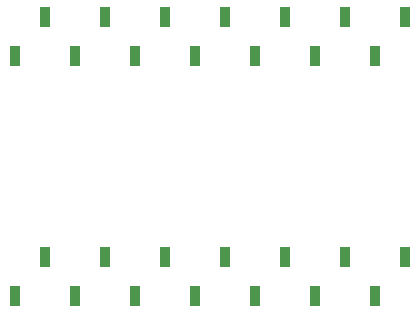
<source format=gbp>
G04 #@! TF.GenerationSoftware,KiCad,Pcbnew,6.0.0-rc1-unknown-59b0f55~66~ubuntu16.04.1*
G04 #@! TF.CreationDate,2018-11-29T09:25:19-07:00
G04 #@! TF.ProjectId,001,3030312e-6b69-4636-9164-5f7063625858,rev?*
G04 #@! TF.SameCoordinates,Original*
G04 #@! TF.FileFunction,Paste,Bot*
G04 #@! TF.FilePolarity,Positive*
%FSLAX46Y46*%
G04 Gerber Fmt 4.6, Leading zero omitted, Abs format (unit mm)*
G04 Created by KiCad (PCBNEW 6.0.0-rc1-unknown-59b0f55~66~ubuntu16.04.1) date Thu 29 Nov 2018 09:25:19 AM MST*
%MOMM*%
%LPD*%
G01*
G04 APERTURE LIST*
%ADD10R,0.847600X1.747600*%
G04 APERTURE END LIST*
D10*
G04 #@! TO.C,REF\002A\002A*
X146685000Y-75918496D03*
X141605000Y-75918496D03*
X136525000Y-75918496D03*
X131445000Y-75918496D03*
X126365000Y-75918496D03*
X121285000Y-75918496D03*
X116205000Y-75918496D03*
X149225000Y-72618496D03*
X144145000Y-72618496D03*
X139065000Y-72618496D03*
X133985000Y-72618496D03*
X128905000Y-72618496D03*
X123825000Y-72618496D03*
X118745000Y-72618496D03*
G04 #@! TD*
G04 #@! TO.C,REF\002A\002A*
X118745000Y-92938496D03*
X123825000Y-92938496D03*
X128905000Y-92938496D03*
X133985000Y-92938496D03*
X139065000Y-92938496D03*
X144145000Y-92938496D03*
X149225000Y-92938496D03*
X116205000Y-96238496D03*
X121285000Y-96238496D03*
X126365000Y-96238496D03*
X131445000Y-96238496D03*
X136525000Y-96238496D03*
X141605000Y-96238496D03*
X146685000Y-96238496D03*
G04 #@! TD*
M02*

</source>
